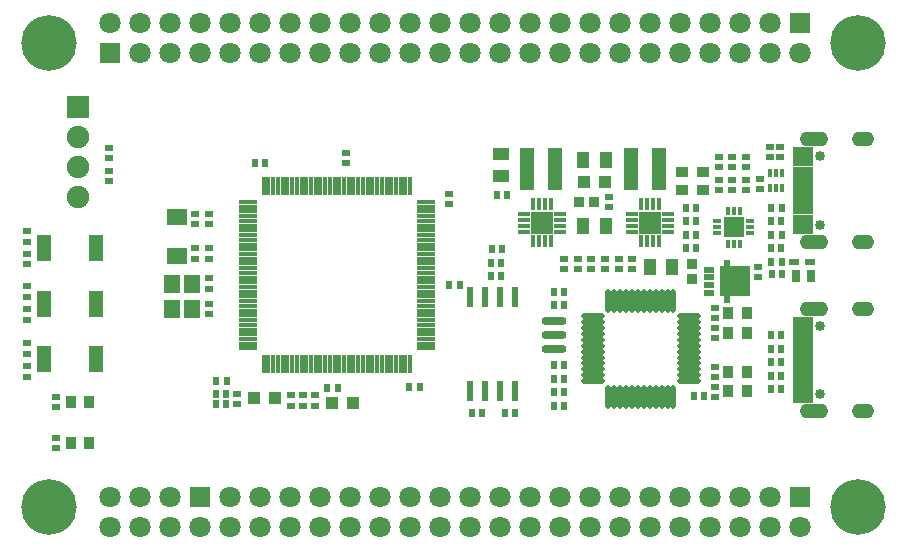
<source format=gts>
G04*
G04 #@! TF.GenerationSoftware,Altium Limited,Altium Designer,21.1.1 (26)*
G04*
G04 Layer_Color=8388736*
%FSLAX25Y25*%
%MOIN*%
G70*
G04*
G04 #@! TF.SameCoordinates,DA73CDCF-2591-419C-BC5F-B2C7988706A4*
G04*
G04*
G04 #@! TF.FilePolarity,Negative*
G04*
G01*
G75*
%ADD53R,0.02375X0.02769*%
%ADD54R,0.02454X0.06800*%
%ADD55R,0.02769X0.02375*%
%ADD56R,0.07493X0.07493*%
%ADD57R,0.06509X0.06509*%
%ADD58R,0.04300X0.05800*%
%ADD59R,0.03800X0.03800*%
%ADD60R,0.01784X0.03950*%
%ADD61R,0.04934X0.08674*%
%ADD62O,0.01587X0.06312*%
%ADD63O,0.06312X0.01587*%
%ADD64R,0.03753X0.02375*%
%ADD65R,0.10249X0.10446*%
%ADD66R,0.02375X0.02887*%
%ADD67R,0.03753X0.03950*%
%ADD68O,0.07887X0.01900*%
%ADD69O,0.01900X0.07887*%
%ADD70R,0.03950X0.01784*%
%ADD71R,0.03359X0.01981*%
%ADD72R,0.02965X0.03950*%
G04:AMPARAMS|DCode=73|XSize=23.75mil|YSize=82.8mil|CornerRadius=7.94mil|HoleSize=0mil|Usage=FLASHONLY|Rotation=270.000|XOffset=0mil|YOffset=0mil|HoleType=Round|Shape=RoundedRectangle|*
%AMROUNDEDRECTD73*
21,1,0.02375,0.06693,0,0,270.0*
21,1,0.00787,0.08280,0,0,270.0*
1,1,0.01587,-0.03347,-0.00394*
1,1,0.01587,-0.03347,0.00394*
1,1,0.01587,0.03347,0.00394*
1,1,0.01587,0.03347,-0.00394*
%
%ADD73ROUNDEDRECTD73*%
%ADD74R,0.04658X0.14186*%
%ADD75R,0.03950X0.03753*%
%ADD76R,0.01784X0.03162*%
%ADD77R,0.03162X0.01784*%
%ADD78R,0.05800X0.04300*%
%ADD79R,0.03800X0.03800*%
%ADD80R,0.04300X0.04300*%
%ADD81R,0.06509X0.01981*%
%ADD82R,0.05524X0.05918*%
%ADD83R,0.06706X0.05524*%
%ADD84C,0.07493*%
%ADD85R,0.07099X0.07099*%
%ADD86C,0.07099*%
%ADD87C,0.03359*%
G04:AMPARAMS|DCode=88|XSize=47.37mil|YSize=70.99mil|CornerRadius=18.76mil|HoleSize=0mil|Usage=FLASHONLY|Rotation=90.000|XOffset=0mil|YOffset=0mil|HoleType=Round|Shape=RoundedRectangle|*
%AMROUNDEDRECTD88*
21,1,0.04737,0.03347,0,0,90.0*
21,1,0.00984,0.07099,0,0,90.0*
1,1,0.03753,0.01673,0.00492*
1,1,0.03753,0.01673,-0.00492*
1,1,0.03753,-0.01673,-0.00492*
1,1,0.03753,-0.01673,0.00492*
%
%ADD88ROUNDEDRECTD88*%
G04:AMPARAMS|DCode=89|XSize=47.37mil|YSize=90.68mil|CornerRadius=18.76mil|HoleSize=0mil|Usage=FLASHONLY|Rotation=90.000|XOffset=0mil|YOffset=0mil|HoleType=Round|Shape=RoundedRectangle|*
%AMROUNDEDRECTD89*
21,1,0.04737,0.05315,0,0,90.0*
21,1,0.00984,0.09068,0,0,90.0*
1,1,0.03753,0.02657,0.00492*
1,1,0.03753,0.02657,-0.00492*
1,1,0.03753,-0.02657,-0.00492*
1,1,0.03753,-0.02657,0.00492*
%
%ADD89ROUNDEDRECTD89*%
%ADD90C,0.18517*%
D53*
X1432958Y1267929D02*
D03*
X1429612D02*
D03*
X1437483Y1213428D02*
D03*
X1433940Y1213429D02*
D03*
X1497771Y1277228D02*
D03*
X1494425D02*
D03*
Y1268260D02*
D03*
X1497771D02*
D03*
X1494425Y1272760D02*
D03*
X1497771D02*
D03*
Y1281728D02*
D03*
X1494425D02*
D03*
X1432883Y1258928D02*
D03*
X1429537D02*
D03*
X1429517Y1263287D02*
D03*
X1432864D02*
D03*
X1526372Y1272728D02*
D03*
X1522829Y1272729D02*
D03*
X1526175Y1277260D02*
D03*
X1522829D02*
D03*
X1522828Y1281760D02*
D03*
X1526371Y1281760D02*
D03*
X1526175Y1268228D02*
D03*
X1522829D02*
D03*
X1522828Y1263729D02*
D03*
X1526371Y1263728D02*
D03*
X1523000Y1259500D02*
D03*
X1526346D02*
D03*
X1450340Y1249229D02*
D03*
X1453883Y1249228D02*
D03*
X1450340Y1253729D02*
D03*
X1453883Y1253728D02*
D03*
X1526155Y1239228D02*
D03*
X1522808D02*
D03*
X1526155Y1221228D02*
D03*
X1522808D02*
D03*
Y1234728D02*
D03*
X1526155D02*
D03*
Y1230228D02*
D03*
X1522808D02*
D03*
X1526155Y1225728D02*
D03*
X1522808D02*
D03*
X1374883Y1221728D02*
D03*
X1378426Y1221728D02*
D03*
X1405726Y1222031D02*
D03*
X1402183Y1222031D02*
D03*
X1418926Y1256128D02*
D03*
X1415383Y1256128D02*
D03*
X1337728Y1224000D02*
D03*
X1341271Y1224000D02*
D03*
X1354183Y1296729D02*
D03*
X1350640Y1296729D02*
D03*
X1500543Y1219000D02*
D03*
X1497000Y1219000D02*
D03*
X1431229Y1286000D02*
D03*
X1434575D02*
D03*
X1341154Y1216228D02*
D03*
X1337808D02*
D03*
X1341154Y1219728D02*
D03*
X1337808D02*
D03*
X1426483Y1213428D02*
D03*
X1423137D02*
D03*
X1450537Y1224728D02*
D03*
X1453883D02*
D03*
X1450537Y1220228D02*
D03*
X1453883D02*
D03*
X1450537Y1215728D02*
D03*
X1453883D02*
D03*
Y1229228D02*
D03*
X1450537D02*
D03*
D54*
X1437377Y1251822D02*
D03*
X1432377D02*
D03*
X1427377D02*
D03*
X1422377D02*
D03*
X1437377Y1220720D02*
D03*
X1422377D02*
D03*
X1427377D02*
D03*
X1432377D02*
D03*
D55*
X1509871Y1295154D02*
D03*
Y1298500D02*
D03*
X1505371Y1295154D02*
D03*
Y1298500D02*
D03*
X1519000Y1291271D02*
D03*
Y1287925D02*
D03*
X1514500Y1298500D02*
D03*
Y1295154D02*
D03*
X1458383Y1264575D02*
D03*
Y1261228D02*
D03*
X1462883Y1264575D02*
D03*
Y1261228D02*
D03*
X1472000Y1261154D02*
D03*
Y1264500D02*
D03*
X1467383Y1264728D02*
D03*
X1467383Y1261185D02*
D03*
X1476500Y1264575D02*
D03*
Y1261229D02*
D03*
X1453883Y1264728D02*
D03*
X1453883Y1261185D02*
D03*
X1274783Y1266304D02*
D03*
Y1262957D02*
D03*
X1274784Y1274000D02*
D03*
X1274783Y1270457D02*
D03*
X1518500Y1258654D02*
D03*
Y1262000D02*
D03*
X1504000Y1238229D02*
D03*
Y1241575D02*
D03*
X1284500Y1201729D02*
D03*
Y1205075D02*
D03*
X1284500Y1218771D02*
D03*
Y1215425D02*
D03*
X1504000Y1218729D02*
D03*
Y1222075D02*
D03*
Y1228771D02*
D03*
Y1225425D02*
D03*
X1302000Y1301500D02*
D03*
Y1298153D02*
D03*
Y1290500D02*
D03*
Y1293847D02*
D03*
X1504000Y1248300D02*
D03*
Y1244954D02*
D03*
X1522383Y1298728D02*
D03*
Y1302075D02*
D03*
X1509871Y1291106D02*
D03*
Y1287760D02*
D03*
X1505371Y1291106D02*
D03*
Y1287760D02*
D03*
X1514371Y1291106D02*
D03*
Y1287760D02*
D03*
X1525883Y1298728D02*
D03*
Y1302075D02*
D03*
X1381083Y1300074D02*
D03*
X1381083Y1296531D02*
D03*
X1335383Y1276228D02*
D03*
X1335384Y1279771D02*
D03*
X1415384Y1286371D02*
D03*
X1415383Y1282828D02*
D03*
X1335384Y1268271D02*
D03*
X1335383Y1264728D02*
D03*
X1344883Y1216185D02*
D03*
X1344883Y1219728D02*
D03*
X1362883Y1219228D02*
D03*
X1362883Y1215685D02*
D03*
X1366883D02*
D03*
X1366883Y1219228D02*
D03*
X1370883Y1215685D02*
D03*
X1370883Y1219228D02*
D03*
X1335384Y1258271D02*
D03*
X1335383Y1254728D02*
D03*
X1335383Y1246185D02*
D03*
X1335383Y1249728D02*
D03*
X1274883Y1251957D02*
D03*
X1274883Y1255500D02*
D03*
X1330884Y1279771D02*
D03*
X1330883Y1276228D02*
D03*
X1330883Y1264685D02*
D03*
X1330883Y1268228D02*
D03*
X1274883Y1232957D02*
D03*
X1274883Y1236500D02*
D03*
X1468883Y1281882D02*
D03*
Y1285228D02*
D03*
X1274883Y1244457D02*
D03*
Y1247803D02*
D03*
Y1225457D02*
D03*
Y1228804D02*
D03*
D56*
X1446383Y1276728D02*
D03*
X1482383D02*
D03*
X1291883Y1315228D02*
D03*
D57*
X1510371Y1275260D02*
D03*
D58*
X1489740Y1262000D02*
D03*
X1482259D02*
D03*
X1460122Y1275728D02*
D03*
X1467602D02*
D03*
X1460122Y1297728D02*
D03*
X1467602D02*
D03*
D59*
X1496500Y1263000D02*
D03*
Y1257882D02*
D03*
D60*
X1481399Y1270728D02*
D03*
X1483367D02*
D03*
X1485336D02*
D03*
X1479430D02*
D03*
Y1282929D02*
D03*
X1481399D02*
D03*
X1483367D02*
D03*
X1485336D02*
D03*
X1449336Y1270728D02*
D03*
X1447367D02*
D03*
X1445399D02*
D03*
X1443430D02*
D03*
Y1282929D02*
D03*
X1445399D02*
D03*
X1447367D02*
D03*
X1449336D02*
D03*
D61*
X1297883Y1268228D02*
D03*
X1280363D02*
D03*
Y1231228D02*
D03*
X1297883D02*
D03*
X1280363Y1249728D02*
D03*
X1297883D02*
D03*
D62*
X1353637Y1288950D02*
D03*
X1355212D02*
D03*
X1356786D02*
D03*
X1358361D02*
D03*
X1359936D02*
D03*
X1361511D02*
D03*
X1363085D02*
D03*
X1364660D02*
D03*
X1366235D02*
D03*
X1367810D02*
D03*
X1369385D02*
D03*
X1370960D02*
D03*
X1372534D02*
D03*
X1374109D02*
D03*
X1375684D02*
D03*
X1377259D02*
D03*
X1378834D02*
D03*
X1380408D02*
D03*
X1381983D02*
D03*
X1383558D02*
D03*
X1385133D02*
D03*
X1386708D02*
D03*
X1388282D02*
D03*
X1389857D02*
D03*
X1391432D02*
D03*
X1393007D02*
D03*
X1394582D02*
D03*
X1396156D02*
D03*
X1397731D02*
D03*
X1399306D02*
D03*
X1400881D02*
D03*
X1402456D02*
D03*
X1396156Y1229507D02*
D03*
X1402456Y1229507D02*
D03*
X1400881Y1229507D02*
D03*
X1399306Y1229507D02*
D03*
X1397731Y1229507D02*
D03*
X1394582D02*
D03*
X1393007D02*
D03*
X1391432D02*
D03*
X1389857D02*
D03*
X1388282D02*
D03*
X1386708D02*
D03*
X1385133D02*
D03*
X1383558Y1229507D02*
D03*
X1381983D02*
D03*
X1380408D02*
D03*
X1378834Y1229507D02*
D03*
X1377259D02*
D03*
X1375684D02*
D03*
X1374109D02*
D03*
X1372534D02*
D03*
X1370959D02*
D03*
X1369385D02*
D03*
X1367810D02*
D03*
X1366235Y1229507D02*
D03*
X1364660Y1229507D02*
D03*
X1363085Y1229507D02*
D03*
X1361511Y1229507D02*
D03*
X1359936Y1229507D02*
D03*
X1358361Y1229507D02*
D03*
X1356786D02*
D03*
X1355212D02*
D03*
X1353637D02*
D03*
D63*
X1407767Y1283638D02*
D03*
Y1282063D02*
D03*
Y1280488D02*
D03*
Y1278913D02*
D03*
Y1277339D02*
D03*
Y1275764D02*
D03*
Y1274189D02*
D03*
Y1272614D02*
D03*
Y1271039D02*
D03*
Y1269465D02*
D03*
Y1267890D02*
D03*
Y1266315D02*
D03*
Y1264740D02*
D03*
Y1263165D02*
D03*
Y1261591D02*
D03*
Y1260016D02*
D03*
Y1258441D02*
D03*
Y1256866D02*
D03*
Y1255291D02*
D03*
Y1253716D02*
D03*
Y1252142D02*
D03*
Y1250567D02*
D03*
Y1248992D02*
D03*
Y1247417D02*
D03*
Y1245842D02*
D03*
Y1244268D02*
D03*
Y1242693D02*
D03*
Y1241118D02*
D03*
Y1239543D02*
D03*
Y1237969D02*
D03*
Y1236394D02*
D03*
X1348325Y1234819D02*
D03*
Y1236394D02*
D03*
Y1237969D02*
D03*
Y1239543D02*
D03*
X1348325Y1241118D02*
D03*
X1348325Y1242693D02*
D03*
X1348325Y1244268D02*
D03*
X1348325Y1245842D02*
D03*
Y1247417D02*
D03*
Y1248992D02*
D03*
Y1250567D02*
D03*
Y1252142D02*
D03*
Y1253716D02*
D03*
Y1255291D02*
D03*
Y1256866D02*
D03*
Y1258441D02*
D03*
Y1260016D02*
D03*
Y1261591D02*
D03*
X1348325Y1263165D02*
D03*
X1348325Y1264740D02*
D03*
X1348325Y1266315D02*
D03*
X1348325Y1267890D02*
D03*
Y1269465D02*
D03*
Y1271039D02*
D03*
Y1272614D02*
D03*
Y1274189D02*
D03*
Y1275764D02*
D03*
Y1277339D02*
D03*
Y1278913D02*
D03*
X1348325Y1280488D02*
D03*
X1348325Y1282063D02*
D03*
X1407767Y1234819D02*
D03*
X1348325Y1283638D02*
D03*
D64*
X1502000Y1253382D02*
D03*
Y1261059D02*
D03*
Y1255941D02*
D03*
Y1258500D02*
D03*
D65*
X1510760Y1257220D02*
D03*
D66*
X1508004Y1251354D02*
D03*
Y1263087D02*
D03*
D67*
X1289404Y1203428D02*
D03*
X1295507D02*
D03*
X1289404Y1216928D02*
D03*
X1295507D02*
D03*
X1508500Y1227000D02*
D03*
X1514602D02*
D03*
X1508500Y1220500D02*
D03*
X1514602D02*
D03*
X1508500Y1246500D02*
D03*
X1514602D02*
D03*
X1508500Y1240000D02*
D03*
X1514602D02*
D03*
D68*
X1463338Y1245555D02*
D03*
Y1243587D02*
D03*
Y1241618D02*
D03*
Y1239650D02*
D03*
Y1237681D02*
D03*
Y1235713D02*
D03*
Y1233744D02*
D03*
Y1231776D02*
D03*
Y1229807D02*
D03*
Y1227839D02*
D03*
Y1225870D02*
D03*
Y1223902D02*
D03*
X1495428D02*
D03*
Y1225870D02*
D03*
Y1227839D02*
D03*
Y1229807D02*
D03*
Y1231776D02*
D03*
Y1233744D02*
D03*
Y1235713D02*
D03*
Y1237681D02*
D03*
Y1239650D02*
D03*
Y1241618D02*
D03*
Y1243587D02*
D03*
Y1245555D02*
D03*
D69*
X1468556Y1218684D02*
D03*
X1470525D02*
D03*
X1472493D02*
D03*
X1474462D02*
D03*
X1476430D02*
D03*
X1478399D02*
D03*
X1480367D02*
D03*
X1482336D02*
D03*
X1484304D02*
D03*
X1486273D02*
D03*
X1488241D02*
D03*
X1490210D02*
D03*
Y1250773D02*
D03*
X1488241D02*
D03*
X1486273D02*
D03*
X1484304D02*
D03*
X1482336D02*
D03*
X1480367D02*
D03*
X1478399D02*
D03*
X1476430D02*
D03*
X1474462D02*
D03*
X1472493D02*
D03*
X1470525D02*
D03*
X1468556D02*
D03*
D70*
X1488484Y1279681D02*
D03*
Y1277713D02*
D03*
Y1275744D02*
D03*
Y1273776D02*
D03*
X1476282D02*
D03*
Y1275744D02*
D03*
Y1277713D02*
D03*
Y1279681D02*
D03*
X1452484D02*
D03*
Y1277713D02*
D03*
Y1275744D02*
D03*
Y1273776D02*
D03*
X1440282D02*
D03*
Y1275744D02*
D03*
Y1277713D02*
D03*
Y1279681D02*
D03*
D71*
X1535815Y1263500D02*
D03*
X1530500D02*
D03*
D72*
X1531000Y1259000D02*
D03*
X1535921D02*
D03*
D73*
X1450383Y1243953D02*
D03*
Y1239228D02*
D03*
Y1234504D02*
D03*
D74*
X1485383Y1294728D02*
D03*
X1476052D02*
D03*
X1450883D02*
D03*
X1441553D02*
D03*
D75*
X1499900Y1293700D02*
D03*
Y1287597D02*
D03*
X1493000Y1293700D02*
D03*
Y1287597D02*
D03*
D76*
X1508403Y1280772D02*
D03*
X1510371D02*
D03*
X1512340D02*
D03*
X1508403Y1269748D02*
D03*
X1510371D02*
D03*
X1512340D02*
D03*
X1522415Y1293287D02*
D03*
X1524383D02*
D03*
X1526352D02*
D03*
X1522415Y1288169D02*
D03*
X1524383D02*
D03*
X1526352D02*
D03*
D77*
X1504860Y1273291D02*
D03*
Y1275260D02*
D03*
Y1277228D02*
D03*
X1515883Y1273291D02*
D03*
Y1275260D02*
D03*
Y1277228D02*
D03*
D78*
X1432883Y1299709D02*
D03*
Y1292228D02*
D03*
D79*
X1463883Y1283728D02*
D03*
X1458765D02*
D03*
D80*
X1460555Y1290228D02*
D03*
X1467555D02*
D03*
X1376383Y1216728D02*
D03*
X1383383D02*
D03*
X1357383Y1218228D02*
D03*
X1350383D02*
D03*
D81*
X1533320Y1237881D02*
D03*
Y1235912D02*
D03*
Y1224101D02*
D03*
Y1226070D02*
D03*
Y1231975D02*
D03*
Y1230007D02*
D03*
Y1228038D02*
D03*
Y1233944D02*
D03*
Y1240046D02*
D03*
Y1241227D02*
D03*
Y1221936D02*
D03*
Y1220755D02*
D03*
Y1244377D02*
D03*
Y1243196D02*
D03*
Y1218786D02*
D03*
Y1217605D02*
D03*
X1533379Y1294348D02*
D03*
Y1292379D02*
D03*
Y1280568D02*
D03*
Y1282537D02*
D03*
Y1288442D02*
D03*
Y1286474D02*
D03*
Y1284505D02*
D03*
Y1290411D02*
D03*
Y1296513D02*
D03*
Y1297694D02*
D03*
Y1278403D02*
D03*
Y1277222D02*
D03*
Y1300844D02*
D03*
Y1299663D02*
D03*
Y1275253D02*
D03*
Y1274072D02*
D03*
D82*
X1323037Y1256362D02*
D03*
Y1248094D02*
D03*
X1329730D02*
D03*
Y1256362D02*
D03*
D83*
X1324883Y1265732D02*
D03*
Y1278724D02*
D03*
D84*
X1291883Y1305228D02*
D03*
Y1295228D02*
D03*
Y1285228D02*
D03*
D85*
X1532383Y1185228D02*
D03*
Y1343228D02*
D03*
X1332383Y1185228D02*
D03*
X1302383Y1333228D02*
D03*
D86*
X1532383Y1175228D02*
D03*
X1522383Y1185228D02*
D03*
Y1175228D02*
D03*
X1512383Y1185228D02*
D03*
Y1175228D02*
D03*
X1502383Y1185228D02*
D03*
Y1175228D02*
D03*
X1492383Y1185228D02*
D03*
Y1175228D02*
D03*
X1482383Y1185228D02*
D03*
Y1175228D02*
D03*
X1472383Y1185228D02*
D03*
Y1175228D02*
D03*
X1462383Y1185228D02*
D03*
Y1175228D02*
D03*
X1452383Y1185228D02*
D03*
Y1175228D02*
D03*
X1442383Y1185228D02*
D03*
Y1175228D02*
D03*
X1432383Y1185228D02*
D03*
Y1175228D02*
D03*
X1422383Y1185228D02*
D03*
Y1175228D02*
D03*
X1412383Y1185228D02*
D03*
Y1175228D02*
D03*
X1402383Y1185228D02*
D03*
Y1175228D02*
D03*
X1392383Y1185228D02*
D03*
Y1175228D02*
D03*
X1382383Y1185228D02*
D03*
Y1175228D02*
D03*
X1372383Y1185228D02*
D03*
Y1175228D02*
D03*
X1362383Y1185228D02*
D03*
Y1175228D02*
D03*
X1352383Y1185228D02*
D03*
Y1175228D02*
D03*
X1342383Y1185228D02*
D03*
Y1175228D02*
D03*
X1532383Y1333228D02*
D03*
X1522383Y1343228D02*
D03*
Y1333228D02*
D03*
X1512383Y1343228D02*
D03*
Y1333228D02*
D03*
X1502383Y1343228D02*
D03*
Y1333228D02*
D03*
X1492383Y1343228D02*
D03*
Y1333228D02*
D03*
X1482383Y1343228D02*
D03*
Y1333228D02*
D03*
X1472383Y1343228D02*
D03*
Y1333228D02*
D03*
X1462383Y1343228D02*
D03*
Y1333228D02*
D03*
X1452383Y1343228D02*
D03*
Y1333228D02*
D03*
X1442383Y1343228D02*
D03*
Y1333228D02*
D03*
X1432383Y1343228D02*
D03*
Y1333228D02*
D03*
X1422383Y1343228D02*
D03*
Y1333228D02*
D03*
X1412383Y1343228D02*
D03*
Y1333228D02*
D03*
X1402383Y1343228D02*
D03*
Y1333228D02*
D03*
X1392383Y1343228D02*
D03*
Y1333228D02*
D03*
X1382383Y1343228D02*
D03*
Y1333228D02*
D03*
X1372383Y1343228D02*
D03*
Y1333228D02*
D03*
X1362383Y1343228D02*
D03*
Y1333228D02*
D03*
X1352383Y1343228D02*
D03*
Y1333228D02*
D03*
X1342383Y1343228D02*
D03*
Y1333228D02*
D03*
X1302383Y1185228D02*
D03*
Y1175228D02*
D03*
X1312383D02*
D03*
Y1185228D02*
D03*
X1322383Y1175228D02*
D03*
Y1185228D02*
D03*
X1332383Y1175228D02*
D03*
Y1333228D02*
D03*
Y1343228D02*
D03*
X1322383D02*
D03*
Y1333228D02*
D03*
X1312383Y1343228D02*
D03*
Y1333228D02*
D03*
X1302383Y1343228D02*
D03*
D87*
X1539009Y1242369D02*
D03*
Y1219613D02*
D03*
X1539068Y1298836D02*
D03*
Y1276080D02*
D03*
D88*
X1553379Y1247999D02*
D03*
Y1213983D02*
D03*
X1553438Y1304466D02*
D03*
Y1270450D02*
D03*
D89*
X1536923Y1247999D02*
D03*
Y1213983D02*
D03*
X1536982Y1304466D02*
D03*
Y1270450D02*
D03*
D90*
X1282194Y1181925D02*
D03*
Y1336532D02*
D03*
X1551879D02*
D03*
Y1181925D02*
D03*
M02*

</source>
